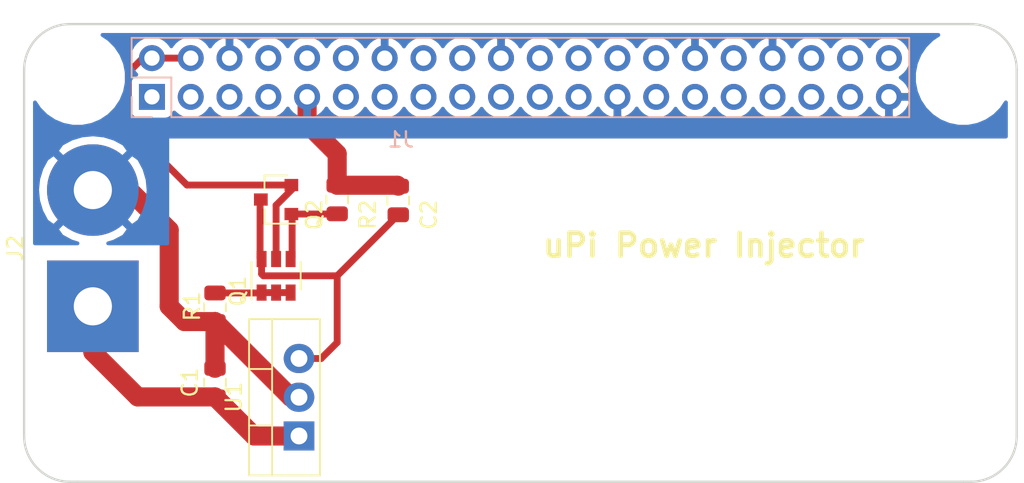
<source format=kicad_pcb>
(kicad_pcb (version 20171130) (host pcbnew 5.1.4+dfsg1-1)

  (general
    (thickness 1.6)
    (drawings 21)
    (tracks 47)
    (zones 0)
    (modules 13)
    (nets 8)
  )

  (page A4)
  (title_block
    (title "Raspberry Pi Zero (W) uHAT Template Board")
    (date 2019-02-28)
    (rev 1.0)
    (comment 1 "This PCB design is licensed under MIT Open Source License.")
  )

  (layers
    (0 F.Cu signal)
    (31 B.Cu signal)
    (32 B.Adhes user)
    (33 F.Adhes user)
    (34 B.Paste user)
    (35 F.Paste user)
    (36 B.SilkS user)
    (37 F.SilkS user)
    (38 B.Mask user)
    (39 F.Mask user)
    (40 Dwgs.User user)
    (41 Cmts.User user hide)
    (42 Eco1.User user)
    (43 Eco2.User user)
    (44 Edge.Cuts user)
    (45 Margin user)
    (46 B.CrtYd user)
    (47 F.CrtYd user)
    (48 B.Fab user hide)
    (49 F.Fab user hide)
  )

  (setup
    (last_trace_width 0.45)
    (trace_clearance 0.15)
    (zone_clearance 0.508)
    (zone_45_only no)
    (trace_min 0.45)
    (via_size 0.9)
    (via_drill 0.4)
    (via_min_size 0.5)
    (via_min_drill 0.4)
    (uvia_size 0.3)
    (uvia_drill 0.1)
    (uvias_allowed no)
    (uvia_min_size 0.2)
    (uvia_min_drill 0.1)
    (edge_width 0.15)
    (segment_width 0.2)
    (pcb_text_width 0.3)
    (pcb_text_size 1.5 1.5)
    (mod_edge_width 0.15)
    (mod_text_size 1 1)
    (mod_text_width 0.15)
    (pad_size 1.7 1.7)
    (pad_drill 1)
    (pad_to_mask_clearance 0.051)
    (solder_mask_min_width 0.25)
    (aux_axis_origin 0 0)
    (grid_origin 121.032 94.568)
    (visible_elements FFFFFF7F)
    (pcbplotparams
      (layerselection 0x010f0_ffffffff)
      (usegerberextensions false)
      (usegerberattributes false)
      (usegerberadvancedattributes false)
      (creategerberjobfile false)
      (excludeedgelayer true)
      (linewidth 0.100000)
      (plotframeref false)
      (viasonmask false)
      (mode 1)
      (useauxorigin false)
      (hpglpennumber 1)
      (hpglpenspeed 20)
      (hpglpendiameter 15.000000)
      (psnegative false)
      (psa4output false)
      (plotreference true)
      (plotvalue true)
      (plotinvisibletext false)
      (padsonsilk false)
      (subtractmaskfromsilk false)
      (outputformat 1)
      (mirror false)
      (drillshape 0)
      (scaleselection 1)
      (outputdirectory "/home/bvarner/Documents/Personal/bricabrac/electronics/upipower-injector/gerber"))
  )

  (net 0 "")
  (net 1 +5V)
  (net 2 GND)
  (net 3 "Net-(Q1-Pad1)")
  (net 4 +12V)
  (net 5 +3V3)
  (net 6 "Net-(C2-Pad1)")
  (net 7 "Net-(Q1-Pad4)")

  (net_class Default "This is the default net class."
    (clearance 0.15)
    (trace_width 0.45)
    (via_dia 0.9)
    (via_drill 0.4)
    (uvia_dia 0.3)
    (uvia_drill 0.1)
    (diff_pair_width 0.45)
    (diff_pair_gap 0.25)
    (add_net +3V3)
    (add_net +5V)
    (add_net /GPIO10_SPI_MOSI)
    (add_net /GPIO11_SPI_SCLK)
    (add_net /GPIO12)
    (add_net /GPIO13)
    (add_net /GPIO14_TXD0)
    (add_net /GPIO15_RXD0)
    (add_net /GPIO16)
    (add_net /GPIO17_GEN0)
    (add_net /GPIO18_GEN1)
    (add_net /GPIO19)
    (add_net /GPIO20)
    (add_net /GPIO21)
    (add_net /GPIO22_GEN3)
    (add_net /GPIO23_GEN4)
    (add_net /GPIO24_GEN5)
    (add_net /GPIO25_GEN6)
    (add_net /GPIO26)
    (add_net /GPIO27_GEN2)
    (add_net /GPIO2_SDA1)
    (add_net /GPIO3_SCL1)
    (add_net /GPIO4_GPIO_GCLK)
    (add_net /GPIO5)
    (add_net /GPIO6)
    (add_net /GPIO7_SPI_CE1_N)
    (add_net /GPIO8_SPI_CE0_N)
    (add_net /GPIO9_SPI_MISO)
    (add_net /ID_SC)
    (add_net /ID_SD)
    (add_net "Net-(C2-Pad1)")
    (add_net "Net-(Q1-Pad1)")
    (add_net "Net-(Q1-Pad4)")
  )

  (net_class Large ""
    (clearance 0.4)
    (trace_width 1.25)
    (via_dia 0.9)
    (via_drill 0.4)
    (uvia_dia 0.3)
    (uvia_drill 0.1)
    (diff_pair_width 1.25)
    (diff_pair_gap 0.4)
    (add_net +12V)
    (add_net GND)
  )

  (module Package_TO_SOT_THT:TO-220-3_Vertical (layer F.Cu) (tedit 5AC8BA0D) (tstamp 5E875C17)
    (at 135.532 118.068 90)
    (descr "TO-220-3, Vertical, RM 2.54mm, see https://www.vishay.com/docs/66542/to-220-1.pdf")
    (tags "TO-220-3 Vertical RM 2.54mm")
    (path /5E87BCA6)
    (fp_text reference U1 (at 2.54 -4.27 90) (layer F.SilkS)
      (effects (font (size 1 1) (thickness 0.15)))
    )
    (fp_text value LM7805_TO220 (at 2.54 2.5 90) (layer F.Fab)
      (effects (font (size 1 1) (thickness 0.15)))
    )
    (fp_text user %R (at 2.54 -4.27 90) (layer F.Fab)
      (effects (font (size 1 1) (thickness 0.15)))
    )
    (fp_line (start 7.79 -3.4) (end -2.71 -3.4) (layer F.CrtYd) (width 0.05))
    (fp_line (start 7.79 1.51) (end 7.79 -3.4) (layer F.CrtYd) (width 0.05))
    (fp_line (start -2.71 1.51) (end 7.79 1.51) (layer F.CrtYd) (width 0.05))
    (fp_line (start -2.71 -3.4) (end -2.71 1.51) (layer F.CrtYd) (width 0.05))
    (fp_line (start 4.391 -3.27) (end 4.391 -1.76) (layer F.SilkS) (width 0.12))
    (fp_line (start 0.69 -3.27) (end 0.69 -1.76) (layer F.SilkS) (width 0.12))
    (fp_line (start -2.58 -1.76) (end 7.66 -1.76) (layer F.SilkS) (width 0.12))
    (fp_line (start 7.66 -3.27) (end 7.66 1.371) (layer F.SilkS) (width 0.12))
    (fp_line (start -2.58 -3.27) (end -2.58 1.371) (layer F.SilkS) (width 0.12))
    (fp_line (start -2.58 1.371) (end 7.66 1.371) (layer F.SilkS) (width 0.12))
    (fp_line (start -2.58 -3.27) (end 7.66 -3.27) (layer F.SilkS) (width 0.12))
    (fp_line (start 4.39 -3.15) (end 4.39 -1.88) (layer F.Fab) (width 0.1))
    (fp_line (start 0.69 -3.15) (end 0.69 -1.88) (layer F.Fab) (width 0.1))
    (fp_line (start -2.46 -1.88) (end 7.54 -1.88) (layer F.Fab) (width 0.1))
    (fp_line (start 7.54 -3.15) (end -2.46 -3.15) (layer F.Fab) (width 0.1))
    (fp_line (start 7.54 1.25) (end 7.54 -3.15) (layer F.Fab) (width 0.1))
    (fp_line (start -2.46 1.25) (end 7.54 1.25) (layer F.Fab) (width 0.1))
    (fp_line (start -2.46 -3.15) (end -2.46 1.25) (layer F.Fab) (width 0.1))
    (pad 3 thru_hole oval (at 5.08 0 90) (size 1.905 2) (drill 1.1) (layers *.Cu *.Mask)
      (net 6 "Net-(C2-Pad1)"))
    (pad 2 thru_hole oval (at 2.54 0 90) (size 1.905 2) (drill 1.1) (layers *.Cu *.Mask)
      (net 2 GND))
    (pad 1 thru_hole rect (at 0 0 90) (size 1.905 2) (drill 1.1) (layers *.Cu *.Mask)
      (net 4 +12V))
    (model ${KISYS3DMOD}/Package_TO_SOT_THT.3dshapes/TO-220-3_Vertical.wrl
      (at (xyz 0 0 0))
      (scale (xyz 1 1 1))
      (rotate (xyz 0 0 0))
    )
  )

  (module Capacitor_SMD:C_0805_2012Metric (layer F.Cu) (tedit 5B36C52B) (tstamp 5E70F8AA)
    (at 142.032 102.6305 90)
    (descr "Capacitor SMD 0805 (2012 Metric), square (rectangular) end terminal, IPC_7351 nominal, (Body size source: https://docs.google.com/spreadsheets/d/1BsfQQcO9C6DZCsRaXUlFlo91Tg2WpOkGARC1WS5S8t0/edit?usp=sharing), generated with kicad-footprint-generator")
    (tags capacitor)
    (path /5E720D78)
    (attr smd)
    (fp_text reference C2 (at -0.9375 2 90) (layer F.SilkS)
      (effects (font (size 1 1) (thickness 0.15)))
    )
    (fp_text value 10uf (at 0 1.65 90) (layer F.Fab)
      (effects (font (size 1 1) (thickness 0.15)))
    )
    (fp_text user %R (at 0 0 90) (layer F.Fab)
      (effects (font (size 0.5 0.5) (thickness 0.08)))
    )
    (fp_line (start 1.68 0.95) (end -1.68 0.95) (layer F.CrtYd) (width 0.05))
    (fp_line (start 1.68 -0.95) (end 1.68 0.95) (layer F.CrtYd) (width 0.05))
    (fp_line (start -1.68 -0.95) (end 1.68 -0.95) (layer F.CrtYd) (width 0.05))
    (fp_line (start -1.68 0.95) (end -1.68 -0.95) (layer F.CrtYd) (width 0.05))
    (fp_line (start -0.258578 0.71) (end 0.258578 0.71) (layer F.SilkS) (width 0.12))
    (fp_line (start -0.258578 -0.71) (end 0.258578 -0.71) (layer F.SilkS) (width 0.12))
    (fp_line (start 1 0.6) (end -1 0.6) (layer F.Fab) (width 0.1))
    (fp_line (start 1 -0.6) (end 1 0.6) (layer F.Fab) (width 0.1))
    (fp_line (start -1 -0.6) (end 1 -0.6) (layer F.Fab) (width 0.1))
    (fp_line (start -1 0.6) (end -1 -0.6) (layer F.Fab) (width 0.1))
    (pad 2 smd roundrect (at 0.9375 0 90) (size 0.975 1.4) (layers F.Cu F.Paste F.Mask) (roundrect_rratio 0.25)
      (net 2 GND))
    (pad 1 smd roundrect (at -0.9375 0 90) (size 0.975 1.4) (layers F.Cu F.Paste F.Mask) (roundrect_rratio 0.25)
      (net 6 "Net-(C2-Pad1)"))
    (model ${KISYS3DMOD}/Capacitor_SMD.3dshapes/C_0805_2012Metric.wrl
      (at (xyz 0 0 0))
      (scale (xyz 1 1 1))
      (rotate (xyz 0 0 0))
    )
  )

  (module Capacitor_SMD:C_0805_2012Metric (layer F.Cu) (tedit 5B36C52B) (tstamp 5E70F899)
    (at 130.032 114.568 90)
    (descr "Capacitor SMD 0805 (2012 Metric), square (rectangular) end terminal, IPC_7351 nominal, (Body size source: https://docs.google.com/spreadsheets/d/1BsfQQcO9C6DZCsRaXUlFlo91Tg2WpOkGARC1WS5S8t0/edit?usp=sharing), generated with kicad-footprint-generator")
    (tags capacitor)
    (path /5E718E50)
    (attr smd)
    (fp_text reference C1 (at 0 -1.65 90) (layer F.SilkS)
      (effects (font (size 1 1) (thickness 0.15)))
    )
    (fp_text value 10uf (at 0 1.65 90) (layer F.Fab)
      (effects (font (size 1 1) (thickness 0.15)))
    )
    (fp_text user %R (at 0 0 90) (layer F.Fab)
      (effects (font (size 0.5 0.5) (thickness 0.08)))
    )
    (fp_line (start 1.68 0.95) (end -1.68 0.95) (layer F.CrtYd) (width 0.05))
    (fp_line (start 1.68 -0.95) (end 1.68 0.95) (layer F.CrtYd) (width 0.05))
    (fp_line (start -1.68 -0.95) (end 1.68 -0.95) (layer F.CrtYd) (width 0.05))
    (fp_line (start -1.68 0.95) (end -1.68 -0.95) (layer F.CrtYd) (width 0.05))
    (fp_line (start -0.258578 0.71) (end 0.258578 0.71) (layer F.SilkS) (width 0.12))
    (fp_line (start -0.258578 -0.71) (end 0.258578 -0.71) (layer F.SilkS) (width 0.12))
    (fp_line (start 1 0.6) (end -1 0.6) (layer F.Fab) (width 0.1))
    (fp_line (start 1 -0.6) (end 1 0.6) (layer F.Fab) (width 0.1))
    (fp_line (start -1 -0.6) (end 1 -0.6) (layer F.Fab) (width 0.1))
    (fp_line (start -1 0.6) (end -1 -0.6) (layer F.Fab) (width 0.1))
    (pad 2 smd roundrect (at 0.9375 0 90) (size 0.975 1.4) (layers F.Cu F.Paste F.Mask) (roundrect_rratio 0.25)
      (net 2 GND))
    (pad 1 smd roundrect (at -0.9375 0 90) (size 0.975 1.4) (layers F.Cu F.Paste F.Mask) (roundrect_rratio 0.25)
      (net 4 +12V))
    (model ${KISYS3DMOD}/Capacitor_SMD.3dshapes/C_0805_2012Metric.wrl
      (at (xyz 0 0 0))
      (scale (xyz 1 1 1))
      (rotate (xyz 0 0 0))
    )
  )

  (module Package_TO_SOT_SMD:SOT-23 (layer F.Cu) (tedit 5A02FF57) (tstamp 5E689BFD)
    (at 134.032 102.568 180)
    (descr "SOT-23, Standard")
    (tags SOT-23)
    (path /5E736AD0)
    (attr smd)
    (fp_text reference Q2 (at -2.5 -1 90) (layer F.SilkS)
      (effects (font (size 1 1) (thickness 0.15)))
    )
    (fp_text value DMG2305UX-13 (at 0 2.5) (layer F.Fab)
      (effects (font (size 1 1) (thickness 0.15)))
    )
    (fp_line (start 0.76 1.58) (end -0.7 1.58) (layer F.SilkS) (width 0.12))
    (fp_line (start 0.76 -1.58) (end -1.4 -1.58) (layer F.SilkS) (width 0.12))
    (fp_line (start -1.7 1.75) (end -1.7 -1.75) (layer F.CrtYd) (width 0.05))
    (fp_line (start 1.7 1.75) (end -1.7 1.75) (layer F.CrtYd) (width 0.05))
    (fp_line (start 1.7 -1.75) (end 1.7 1.75) (layer F.CrtYd) (width 0.05))
    (fp_line (start -1.7 -1.75) (end 1.7 -1.75) (layer F.CrtYd) (width 0.05))
    (fp_line (start 0.76 -1.58) (end 0.76 -0.65) (layer F.SilkS) (width 0.12))
    (fp_line (start 0.76 1.58) (end 0.76 0.65) (layer F.SilkS) (width 0.12))
    (fp_line (start -0.7 1.52) (end 0.7 1.52) (layer F.Fab) (width 0.1))
    (fp_line (start 0.7 -1.52) (end 0.7 1.52) (layer F.Fab) (width 0.1))
    (fp_line (start -0.7 -0.95) (end -0.15 -1.52) (layer F.Fab) (width 0.1))
    (fp_line (start -0.15 -1.52) (end 0.7 -1.52) (layer F.Fab) (width 0.1))
    (fp_line (start -0.7 -0.95) (end -0.7 1.5) (layer F.Fab) (width 0.1))
    (fp_text user %R (at 0 0 90) (layer F.Fab)
      (effects (font (size 0.5 0.5) (thickness 0.075)))
    )
    (pad 3 smd rect (at 1 0 180) (size 0.9 0.8) (layers F.Cu F.Paste F.Mask)
      (net 6 "Net-(C2-Pad1)"))
    (pad 2 smd rect (at -1 0.95 180) (size 0.9 0.8) (layers F.Cu F.Paste F.Mask)
      (net 1 +5V))
    (pad 1 smd rect (at -1 -0.95 180) (size 0.9 0.8) (layers F.Cu F.Paste F.Mask)
      (net 7 "Net-(Q1-Pad4)"))
    (model ${KISYS3DMOD}/Package_TO_SOT_SMD.3dshapes/SOT-23.wrl
      (at (xyz 0 0 0))
      (scale (xyz 1 1 1))
      (rotate (xyz 0 0 0))
    )
  )

  (module Resistor_SMD:R_0805_2012Metric (layer F.Cu) (tedit 5B36C52B) (tstamp 5E689C35)
    (at 138.032 102.568 90)
    (descr "Resistor SMD 0805 (2012 Metric), square (rectangular) end terminal, IPC_7351 nominal, (Body size source: https://docs.google.com/spreadsheets/d/1BsfQQcO9C6DZCsRaXUlFlo91Tg2WpOkGARC1WS5S8t0/edit?usp=sharing), generated with kicad-footprint-generator")
    (tags resistor)
    (path /5E6A165C)
    (attr smd)
    (fp_text reference R2 (at -1 2 270) (layer F.SilkS)
      (effects (font (size 1 1) (thickness 0.15)))
    )
    (fp_text value 47K (at 0 1.65 90) (layer F.Fab)
      (effects (font (size 1 1) (thickness 0.15)))
    )
    (fp_line (start -1 0.6) (end -1 -0.6) (layer F.Fab) (width 0.1))
    (fp_line (start -1 -0.6) (end 1 -0.6) (layer F.Fab) (width 0.1))
    (fp_line (start 1 -0.6) (end 1 0.6) (layer F.Fab) (width 0.1))
    (fp_line (start 1 0.6) (end -1 0.6) (layer F.Fab) (width 0.1))
    (fp_line (start -0.258578 -0.71) (end 0.258578 -0.71) (layer F.SilkS) (width 0.12))
    (fp_line (start -0.258578 0.71) (end 0.258578 0.71) (layer F.SilkS) (width 0.12))
    (fp_line (start -1.68 0.95) (end -1.68 -0.95) (layer F.CrtYd) (width 0.05))
    (fp_line (start -1.68 -0.95) (end 1.68 -0.95) (layer F.CrtYd) (width 0.05))
    (fp_line (start 1.68 -0.95) (end 1.68 0.95) (layer F.CrtYd) (width 0.05))
    (fp_line (start 1.68 0.95) (end -1.68 0.95) (layer F.CrtYd) (width 0.05))
    (fp_text user %R (at 0 0 90) (layer F.Fab)
      (effects (font (size 0.5 0.5) (thickness 0.08)))
    )
    (pad 1 smd roundrect (at -0.9375 0 90) (size 0.975 1.4) (layers F.Cu F.Paste F.Mask) (roundrect_rratio 0.25)
      (net 7 "Net-(Q1-Pad4)"))
    (pad 2 smd roundrect (at 0.9375 0 90) (size 0.975 1.4) (layers F.Cu F.Paste F.Mask) (roundrect_rratio 0.25)
      (net 2 GND))
    (model ${KISYS3DMOD}/Resistor_SMD.3dshapes/R_0805_2012Metric.wrl
      (at (xyz 0 0 0))
      (scale (xyz 1 1 1))
      (rotate (xyz 0 0 0))
    )
  )

  (module Package_TO_SOT_SMD:SOT-23-6 (layer F.Cu) (tedit 5A02FF57) (tstamp 5E689C13)
    (at 134.032 107.568 90)
    (descr "6-pin SOT-23 package")
    (tags SOT-23-6)
    (path /5E68FFD0)
    (attr smd)
    (fp_text reference Q1 (at -1 -2.5 270) (layer F.SilkS)
      (effects (font (size 1 1) (thickness 0.15)))
    )
    (fp_text value DMMT5401 (at 0 2.9 90) (layer F.Fab)
      (effects (font (size 1 1) (thickness 0.15)))
    )
    (fp_line (start 0.9 -1.55) (end 0.9 1.55) (layer F.Fab) (width 0.1))
    (fp_line (start 0.9 1.55) (end -0.9 1.55) (layer F.Fab) (width 0.1))
    (fp_line (start -0.9 -0.9) (end -0.9 1.55) (layer F.Fab) (width 0.1))
    (fp_line (start 0.9 -1.55) (end -0.25 -1.55) (layer F.Fab) (width 0.1))
    (fp_line (start -0.9 -0.9) (end -0.25 -1.55) (layer F.Fab) (width 0.1))
    (fp_line (start -1.9 -1.8) (end -1.9 1.8) (layer F.CrtYd) (width 0.05))
    (fp_line (start -1.9 1.8) (end 1.9 1.8) (layer F.CrtYd) (width 0.05))
    (fp_line (start 1.9 1.8) (end 1.9 -1.8) (layer F.CrtYd) (width 0.05))
    (fp_line (start 1.9 -1.8) (end -1.9 -1.8) (layer F.CrtYd) (width 0.05))
    (fp_line (start 0.9 -1.61) (end -1.55 -1.61) (layer F.SilkS) (width 0.12))
    (fp_line (start -0.9 1.61) (end 0.9 1.61) (layer F.SilkS) (width 0.12))
    (fp_text user %R (at 0 0) (layer F.Fab)
      (effects (font (size 0.5 0.5) (thickness 0.075)))
    )
    (pad 5 smd rect (at 1.1 0 90) (size 1.06 0.65) (layers F.Cu F.Paste F.Mask)
      (net 1 +5V))
    (pad 6 smd rect (at 1.1 -0.95 90) (size 1.06 0.65) (layers F.Cu F.Paste F.Mask)
      (net 6 "Net-(C2-Pad1)"))
    (pad 4 smd rect (at 1.1 0.95 90) (size 1.06 0.65) (layers F.Cu F.Paste F.Mask)
      (net 7 "Net-(Q1-Pad4)"))
    (pad 3 smd rect (at -1.1 0.95 90) (size 1.06 0.65) (layers F.Cu F.Paste F.Mask)
      (net 3 "Net-(Q1-Pad1)"))
    (pad 2 smd rect (at -1.1 0 90) (size 1.06 0.65) (layers F.Cu F.Paste F.Mask)
      (net 3 "Net-(Q1-Pad1)"))
    (pad 1 smd rect (at -1.1 -0.95 90) (size 1.06 0.65) (layers F.Cu F.Paste F.Mask)
      (net 3 "Net-(Q1-Pad1)"))
    (model ${KISYS3DMOD}/Package_TO_SOT_SMD.3dshapes/SOT-23-6.wrl
      (at (xyz 0 0 0))
      (scale (xyz 1 1 1))
      (rotate (xyz 0 0 0))
    )
  )

  (module Connector_Wire:SolderWirePad_1x02_P7.62mm_Drill2.5mm (layer F.Cu) (tedit 5AEE5F2F) (tstamp 5E68A131)
    (at 122.032 109.568 90)
    (descr "Wire solder connection")
    (tags connector)
    (path /5E76A476)
    (attr virtual)
    (fp_text reference J2 (at 3.81 -5.08 90) (layer F.SilkS)
      (effects (font (size 1 1) (thickness 0.15)))
    )
    (fp_text value Conn_01x02_Female (at 3.81 4.445 90) (layer F.Fab)
      (effects (font (size 1 1) (thickness 0.15)))
    )
    (fp_line (start 11.12 3.5) (end -3.5 3.5) (layer F.CrtYd) (width 0.05))
    (fp_line (start 11.12 3.5) (end 11.12 -3.5) (layer F.CrtYd) (width 0.05))
    (fp_line (start -3.5 -3.5) (end -3.5 3.5) (layer F.CrtYd) (width 0.05))
    (fp_line (start -3.5 -3.5) (end 11.12 -3.5) (layer F.CrtYd) (width 0.05))
    (fp_text user %R (at 3.81 0 90) (layer F.Fab)
      (effects (font (size 1 1) (thickness 0.15)))
    )
    (pad 2 thru_hole circle (at 7.62 0 90) (size 5.99948 5.99948) (drill 2.49936) (layers *.Cu *.Mask)
      (net 2 GND))
    (pad 1 thru_hole rect (at 0 0 90) (size 5.99948 5.99948) (drill 2.49936) (layers *.Cu *.Mask)
      (net 4 +12V))
  )

  (module Resistor_SMD:R_0805_2012Metric (layer F.Cu) (tedit 5B36C52B) (tstamp 5E689C24)
    (at 130.032 109.6305 270)
    (descr "Resistor SMD 0805 (2012 Metric), square (rectangular) end terminal, IPC_7351 nominal, (Body size source: https://docs.google.com/spreadsheets/d/1BsfQQcO9C6DZCsRaXUlFlo91Tg2WpOkGARC1WS5S8t0/edit?usp=sharing), generated with kicad-footprint-generator")
    (tags resistor)
    (path /5E69B337)
    (attr smd)
    (fp_text reference R1 (at -0.0625 1.5 270) (layer F.SilkS)
      (effects (font (size 1 1) (thickness 0.15)))
    )
    (fp_text value 10K (at 0 1.65 90) (layer F.Fab)
      (effects (font (size 1 1) (thickness 0.15)))
    )
    (fp_line (start -1 0.6) (end -1 -0.6) (layer F.Fab) (width 0.1))
    (fp_line (start -1 -0.6) (end 1 -0.6) (layer F.Fab) (width 0.1))
    (fp_line (start 1 -0.6) (end 1 0.6) (layer F.Fab) (width 0.1))
    (fp_line (start 1 0.6) (end -1 0.6) (layer F.Fab) (width 0.1))
    (fp_line (start -0.258578 -0.71) (end 0.258578 -0.71) (layer F.SilkS) (width 0.12))
    (fp_line (start -0.258578 0.71) (end 0.258578 0.71) (layer F.SilkS) (width 0.12))
    (fp_line (start -1.68 0.95) (end -1.68 -0.95) (layer F.CrtYd) (width 0.05))
    (fp_line (start -1.68 -0.95) (end 1.68 -0.95) (layer F.CrtYd) (width 0.05))
    (fp_line (start 1.68 -0.95) (end 1.68 0.95) (layer F.CrtYd) (width 0.05))
    (fp_line (start 1.68 0.95) (end -1.68 0.95) (layer F.CrtYd) (width 0.05))
    (fp_text user %R (at 0 0 90) (layer F.Fab)
      (effects (font (size 0.5 0.5) (thickness 0.08)))
    )
    (pad 1 smd roundrect (at -0.9375 0 270) (size 0.975 1.4) (layers F.Cu F.Paste F.Mask) (roundrect_rratio 0.25)
      (net 3 "Net-(Q1-Pad1)"))
    (pad 2 smd roundrect (at 0.9375 0 270) (size 0.975 1.4) (layers F.Cu F.Paste F.Mask) (roundrect_rratio 0.25)
      (net 2 GND))
    (model ${KISYS3DMOD}/Resistor_SMD.3dshapes/R_0805_2012Metric.wrl
      (at (xyz 0 0 0))
      (scale (xyz 1 1 1))
      (rotate (xyz 0 0 0))
    )
  )

  (module lib:PinSocket_2x20_P2.54mm_Vertical_Centered_Anchor (layer B.Cu) (tedit 5E68E8E8) (tstamp 5C78EB08)
    (at 125.902 95.838 270)
    (descr "Through hole straight socket strip, 2x20, 2.54mm pitch, double cols (from Kicad 4.0.7), script generated")
    (tags "Through hole socket strip THT 2x20 2.54mm double row")
    (path /5C77771F)
    (fp_text reference J1 (at 2.8 -16.3) (layer B.SilkS)
      (effects (font (size 1 1) (thickness 0.15)) (justify mirror))
    )
    (fp_text value GPIO_CONNECTOR (at 2.7 -27.3) (layer B.Fab)
      (effects (font (size 1 1) (thickness 0.15)) (justify mirror))
    )
    (fp_line (start -3.81 1.27) (end 0.27 1.27) (layer B.Fab) (width 0.1))
    (fp_line (start 0.27 1.27) (end 1.27 0.27) (layer B.Fab) (width 0.1))
    (fp_line (start 1.27 0.27) (end 1.27 -49.53) (layer B.Fab) (width 0.1))
    (fp_line (start 1.27 -49.53) (end -3.81 -49.53) (layer B.Fab) (width 0.1))
    (fp_line (start -3.81 -49.53) (end -3.81 1.27) (layer B.Fab) (width 0.1))
    (fp_line (start -3.87 1.33) (end -1.27 1.33) (layer B.SilkS) (width 0.12))
    (fp_line (start -3.87 1.33) (end -3.87 -49.59) (layer B.SilkS) (width 0.12))
    (fp_line (start -3.87 -49.59) (end 1.33 -49.59) (layer B.SilkS) (width 0.12))
    (fp_line (start 1.33 -1.27) (end 1.33 -49.59) (layer B.SilkS) (width 0.12))
    (fp_line (start -1.27 -1.27) (end 1.33 -1.27) (layer B.SilkS) (width 0.12))
    (fp_line (start -1.27 1.33) (end -1.27 -1.27) (layer B.SilkS) (width 0.12))
    (fp_line (start 1.33 1.33) (end 1.33 0) (layer B.SilkS) (width 0.12))
    (fp_line (start 0 1.33) (end 1.33 1.33) (layer B.SilkS) (width 0.12))
    (fp_line (start -4.34 1.8) (end 1.76 1.8) (layer B.CrtYd) (width 0.05))
    (fp_line (start 1.76 1.8) (end 1.76 -50) (layer B.CrtYd) (width 0.05))
    (fp_line (start 1.76 -50) (end -4.34 -50) (layer B.CrtYd) (width 0.05))
    (fp_line (start -4.34 -50) (end -4.34 1.8) (layer B.CrtYd) (width 0.05))
    (fp_text user %R (at 2.8 -18.3 180) (layer B.Fab)
      (effects (font (size 1 1) (thickness 0.15)) (justify mirror))
    )
    (pad 1 thru_hole rect (at 0 0 270) (size 1.7 1.7) (drill 1) (layers *.Cu *.Mask)
      (net 5 +3V3))
    (pad 2 thru_hole oval (at -2.54 0 270) (size 1.7 1.7) (drill 1) (layers *.Cu *.Mask)
      (net 1 +5V))
    (pad 3 thru_hole oval (at 0 -2.54 270) (size 1.7 1.7) (drill 1) (layers *.Cu *.Mask))
    (pad 4 thru_hole oval (at -2.54 -2.54 270) (size 1.7 1.7) (drill 1) (layers *.Cu *.Mask)
      (net 1 +5V))
    (pad 5 thru_hole oval (at 0 -5.08 270) (size 1.7 1.7) (drill 1) (layers *.Cu *.Mask))
    (pad 6 thru_hole oval (at -2.54 -5.08 270) (size 1.7 1.7) (drill 1) (layers *.Cu *.Mask)
      (net 2 GND))
    (pad 7 thru_hole oval (at 0 -7.62 270) (size 1.7 1.7) (drill 1) (layers *.Cu *.Mask))
    (pad 8 thru_hole oval (at -2.54 -7.62 270) (size 1.7 1.7) (drill 1) (layers *.Cu *.Mask))
    (pad 9 thru_hole oval (at 0 -10.16 270) (size 1.7 1.7) (drill 1) (layers *.Cu *.Mask)
      (net 2 GND))
    (pad 10 thru_hole oval (at -2.54 -10.16 270) (size 1.7 1.7) (drill 1) (layers *.Cu *.Mask))
    (pad 11 thru_hole oval (at 0 -12.7 270) (size 1.7 1.7) (drill 1) (layers *.Cu *.Mask))
    (pad 12 thru_hole oval (at -2.54 -12.7 270) (size 1.7 1.7) (drill 1) (layers *.Cu *.Mask))
    (pad 13 thru_hole oval (at 0 -15.24 270) (size 1.7 1.7) (drill 1) (layers *.Cu *.Mask))
    (pad 14 thru_hole oval (at -2.54 -15.24 270) (size 1.7 1.7) (drill 1) (layers *.Cu *.Mask)
      (net 2 GND))
    (pad 15 thru_hole oval (at 0 -17.78 270) (size 1.7 1.7) (drill 1) (layers *.Cu *.Mask))
    (pad 16 thru_hole oval (at -2.54 -17.78 270) (size 1.7 1.7) (drill 1) (layers *.Cu *.Mask))
    (pad 17 thru_hole oval (at 0 -20.32 270) (size 1.7 1.7) (drill 1) (layers *.Cu *.Mask)
      (net 5 +3V3))
    (pad 18 thru_hole oval (at -2.54 -20.32 270) (size 1.7 1.7) (drill 1) (layers *.Cu *.Mask))
    (pad 19 thru_hole oval (at 0 -22.86 270) (size 1.7 1.7) (drill 1) (layers *.Cu *.Mask))
    (pad 20 thru_hole oval (at -2.54 -22.86 270) (size 1.7 1.7) (drill 1) (layers *.Cu *.Mask)
      (net 2 GND))
    (pad 21 thru_hole oval (at 0 -25.4 270) (size 1.7 1.7) (drill 1) (layers *.Cu *.Mask))
    (pad 22 thru_hole oval (at -2.54 -25.4 270) (size 1.7 1.7) (drill 1) (layers *.Cu *.Mask))
    (pad 23 thru_hole oval (at 0 -27.94 270) (size 1.7 1.7) (drill 1) (layers *.Cu *.Mask))
    (pad 24 thru_hole oval (at -2.54 -27.94 270) (size 1.7 1.7) (drill 1) (layers *.Cu *.Mask))
    (pad 25 thru_hole oval (at 0 -30.48 270) (size 1.7 1.7) (drill 1) (layers *.Cu *.Mask)
      (net 2 GND))
    (pad 26 thru_hole oval (at -2.54 -30.48 270) (size 1.7 1.7) (drill 1) (layers *.Cu *.Mask))
    (pad 27 thru_hole oval (at 0 -33.02 270) (size 1.7 1.7) (drill 1) (layers *.Cu *.Mask))
    (pad 28 thru_hole oval (at -2.54 -33.02 270) (size 1.7 1.7) (drill 1) (layers *.Cu *.Mask))
    (pad 29 thru_hole oval (at 0 -35.56 270) (size 1.7 1.7) (drill 1) (layers *.Cu *.Mask))
    (pad 30 thru_hole oval (at -2.54 -35.56 270) (size 1.7 1.7) (drill 1) (layers *.Cu *.Mask)
      (net 2 GND))
    (pad 31 thru_hole oval (at 0 -38.1 270) (size 1.7 1.7) (drill 1) (layers *.Cu *.Mask))
    (pad 32 thru_hole oval (at -2.54 -38.1 270) (size 1.7 1.7) (drill 1) (layers *.Cu *.Mask))
    (pad 33 thru_hole oval (at 0 -40.64 270) (size 1.7 1.7) (drill 1) (layers *.Cu *.Mask))
    (pad 34 thru_hole oval (at -2.54 -40.64 270) (size 1.7 1.7) (drill 1) (layers *.Cu *.Mask)
      (net 2 GND))
    (pad 35 thru_hole oval (at 0 -43.18 270) (size 1.7 1.7) (drill 1) (layers *.Cu *.Mask))
    (pad 36 thru_hole oval (at -2.54 -43.18 270) (size 1.7 1.7) (drill 1) (layers *.Cu *.Mask))
    (pad 37 thru_hole oval (at 0 -45.72 270) (size 1.7 1.7) (drill 1) (layers *.Cu *.Mask))
    (pad 38 thru_hole oval (at -2.54 -45.72 270) (size 1.7 1.7) (drill 1) (layers *.Cu *.Mask))
    (pad 39 thru_hole oval (at 0 -48.26 270) (size 1.7 1.7) (drill 1) (layers *.Cu *.Mask)
      (net 2 GND))
    (pad 40 thru_hole oval (at -2.54 -48.26 270) (size 1.7 1.7) (drill 1) (layers *.Cu *.Mask))
    (model ${KISYS3DMOD}/Connector_PinSocket_2.54mm.3dshapes/PinSocket_2x20_P2.54mm_Vertical.wrl
      (at (xyz 0 0 0))
      (scale (xyz 1 1 1))
      (rotate (xyz 0 0 0))
    )
  )

  (module lib:MountingHole_2.7mm_M2.5_uHAT_RPi locked (layer F.Cu) (tedit 5C78B840) (tstamp 5C78BBE2)
    (at 121.032 94.568)
    (descr "Mounting Hole 2.7mm, no annular, M2.5")
    (tags "mounting hole 2.7mm no annular m2.5")
    (path /5C7C4C81)
    (attr virtual)
    (fp_text reference H1 (at 0 -3.7) (layer F.SilkS) hide
      (effects (font (size 1 1) (thickness 0.15)))
    )
    (fp_text value MountingHole (at 0 3.7) (layer F.Fab) hide
      (effects (font (size 1 1) (thickness 0.15)))
    )
    (fp_text user %R (at 0.3 0) (layer F.Fab)
      (effects (font (size 1 1) (thickness 0.15)))
    )
    (fp_circle (center 0 0) (end 2.7 0) (layer Cmts.User) (width 0.15))
    (fp_circle (center 0 0) (end 2.95 0) (layer F.CrtYd) (width 0.05))
    (pad "" np_thru_hole circle (at 0 0) (size 2.7 2.7) (drill 2.7) (layers *.Cu *.Mask)
      (clearance 1.75))
  )

  (module lib:MountingHole_2.7mm_M2.5_uHAT_RPi locked (layer F.Cu) (tedit 5C78B867) (tstamp 5C78BBE9)
    (at 179.032 94.568)
    (descr "Mounting Hole 2.7mm, no annular, M2.5")
    (tags "mounting hole 2.7mm no annular m2.5")
    (path /5C7C7FBC)
    (attr virtual)
    (fp_text reference H2 (at 0 -3.7) (layer F.SilkS) hide
      (effects (font (size 1 1) (thickness 0.15)))
    )
    (fp_text value MountingHole (at 0 3.7) (layer F.Fab) hide
      (effects (font (size 1 1) (thickness 0.15)))
    )
    (fp_circle (center 0 0) (end 2.95 0) (layer F.CrtYd) (width 0.05))
    (fp_circle (center 0 0) (end 2.7 0) (layer Cmts.User) (width 0.15))
    (fp_text user %R (at 0.3 0) (layer F.Fab)
      (effects (font (size 1 1) (thickness 0.15)))
    )
    (pad "" np_thru_hole circle (at 0 0) (size 2.7 2.7) (drill 2.7) (layers *.Cu *.Mask)
      (clearance 1.75))
  )

  (module lib:MountingHole_2.7mm_M2.5_uHAT_RPi locked (layer F.Cu) (tedit 5C78B860) (tstamp 5C78BBF0)
    (at 179.032 117.568)
    (descr "Mounting Hole 2.7mm, no annular, M2.5")
    (tags "mounting hole 2.7mm no annular m2.5")
    (path /5C7C8014)
    (attr virtual)
    (fp_text reference H3 (at 0 -3.7) (layer F.SilkS) hide
      (effects (font (size 1 1) (thickness 0.15)))
    )
    (fp_text value MountingHole (at 0 3.7) (layer F.Fab) hide
      (effects (font (size 1 1) (thickness 0.15)))
    )
    (fp_text user %R (at 0.3 0) (layer F.Fab)
      (effects (font (size 1 1) (thickness 0.15)))
    )
    (fp_circle (center 0 0) (end 2.7 0) (layer Cmts.User) (width 0.15))
    (fp_circle (center 0 0) (end 2.95 0) (layer F.CrtYd) (width 0.05))
    (pad "" np_thru_hole circle (at 0 0) (size 2.7 2.7) (drill 2.7) (layers *.Cu *.Mask)
      (clearance 1.75))
  )

  (module lib:MountingHole_2.7mm_M2.5_uHAT_RPi locked (layer F.Cu) (tedit 5C78B845) (tstamp 5C78BBF7)
    (at 121.032 117.568)
    (descr "Mounting Hole 2.7mm, no annular, M2.5")
    (tags "mounting hole 2.7mm no annular m2.5")
    (path /5C7C8030)
    (attr virtual)
    (fp_text reference H4 (at 0 -3.7) (layer F.SilkS) hide
      (effects (font (size 1 1) (thickness 0.15)))
    )
    (fp_text value MountingHole (at 0 3.7) (layer F.Fab) hide
      (effects (font (size 1 1) (thickness 0.15)))
    )
    (fp_circle (center 0 0) (end 2.95 0) (layer F.CrtYd) (width 0.05))
    (fp_circle (center 0 0) (end 2.7 0) (layer Cmts.User) (width 0.15))
    (fp_text user %R (at 0.3 0) (layer F.Fab)
      (effects (font (size 1 1) (thickness 0.15)))
    )
    (pad "" np_thru_hole circle (at 0 0) (size 2.7 2.7) (drill 2.7) (layers *.Cu *.Mask)
      (clearance 1.75))
  )

  (gr_text "uPi Power Injector" (at 162.032 105.568) (layer F.SilkS) (tstamp 5E729EE6)
    (effects (font (size 1.5 1.5) (thickness 0.3)))
  )
  (gr_text "Board dimensions are on Cmts (Comments) layer. \nDeselect it in Layers Manager to make them invisible.\n\nGPIO connector nets are not connected, these will get \nupdated as per your schematic/netlist." (at 120.524 139.272) (layer Cmts.User)
    (effects (font (size 1.5 1.5) (thickness 0.3)) (justify left))
  )
  (gr_text "Board Corner Radius = 3mm\nAll holes are M2.5" (at 184.278 87.202) (layer Cmts.User)
    (effects (font (size 1.5 1.5) (thickness 0.3)) (justify left))
  )
  (dimension 29 (width 0.3) (layer Cmts.User)
    (gr_text "29.000 mm" (at 135.532 103.868) (layer Cmts.User)
      (effects (font (size 1.5 1.5) (thickness 0.3)))
    )
    (feature1 (pts (xy 121.032 94.568) (xy 121.032 102.354421)))
    (feature2 (pts (xy 150.032 94.568) (xy 150.032 102.354421)))
    (crossbar (pts (xy 150.032 101.768) (xy 121.032 101.768)))
    (arrow1a (pts (xy 121.032 101.768) (xy 122.158504 101.181579)))
    (arrow1b (pts (xy 121.032 101.768) (xy 122.158504 102.354421)))
    (arrow2a (pts (xy 150.032 101.768) (xy 148.905496 101.181579)))
    (arrow2b (pts (xy 150.032 101.768) (xy 148.905496 102.354421)))
  )
  (dimension 6.2 (width 0.3) (layer Cmts.User)
    (gr_text "6.200 mm" (at 179.032 129.268) (layer Cmts.User)
      (effects (font (size 1.5 1.5) (thickness 0.3)))
    )
    (feature1 (pts (xy 182.132 117.568) (xy 182.132 127.754421)))
    (feature2 (pts (xy 175.932 117.568) (xy 175.932 127.754421)))
    (crossbar (pts (xy 175.932 127.168) (xy 182.132 127.168)))
    (arrow1a (pts (xy 182.132 127.168) (xy 181.005496 127.754421)))
    (arrow1b (pts (xy 182.132 127.168) (xy 181.005496 126.581579)))
    (arrow2a (pts (xy 175.932 127.168) (xy 177.058504 127.754421)))
    (arrow2b (pts (xy 175.932 127.168) (xy 177.058504 126.581579)))
  )
  (dimension 3.5 (width 0.3) (layer Cmts.User)
    (gr_text "3.500 mm" (at 111.432 119.318 270) (layer Cmts.User)
      (effects (font (size 1.5 1.5) (thickness 0.3)))
    )
    (feature1 (pts (xy 121.032 121.068) (xy 112.945579 121.068)))
    (feature2 (pts (xy 121.032 117.568) (xy 112.945579 117.568)))
    (crossbar (pts (xy 113.532 117.568) (xy 113.532 121.068)))
    (arrow1a (pts (xy 113.532 121.068) (xy 112.945579 119.941496)))
    (arrow1b (pts (xy 113.532 121.068) (xy 114.118421 119.941496)))
    (arrow2a (pts (xy 113.532 117.568) (xy 112.945579 118.694504)))
    (arrow2b (pts (xy 113.532 117.568) (xy 114.118421 118.694504)))
  )
  (dimension 3.5 (width 0.3) (layer Cmts.User)
    (gr_text "3.500 mm" (at 119.282 125.668) (layer Cmts.User)
      (effects (font (size 1.5 1.5) (thickness 0.3)))
    )
    (feature1 (pts (xy 117.532 117.568) (xy 117.532 124.154421)))
    (feature2 (pts (xy 121.032 117.568) (xy 121.032 124.154421)))
    (crossbar (pts (xy 121.032 123.568) (xy 117.532 123.568)))
    (arrow1a (pts (xy 117.532 123.568) (xy 118.658504 122.981579)))
    (arrow1b (pts (xy 117.532 123.568) (xy 118.658504 124.154421)))
    (arrow2a (pts (xy 121.032 123.568) (xy 119.905496 122.981579)))
    (arrow2b (pts (xy 121.032 123.568) (xy 119.905496 124.154421)))
  )
  (dimension 30 (width 0.3) (layer Cmts.User)
    (gr_text "30.000 mm" (at 194.132 106.068 270) (layer Cmts.User)
      (effects (font (size 1.5 1.5) (thickness 0.3)))
    )
    (feature1 (pts (xy 179.032 121.068) (xy 192.618421 121.068)))
    (feature2 (pts (xy 179.032 91.068) (xy 192.618421 91.068)))
    (crossbar (pts (xy 192.032 91.068) (xy 192.032 121.068)))
    (arrow1a (pts (xy 192.032 121.068) (xy 191.445579 119.941496)))
    (arrow1b (pts (xy 192.032 121.068) (xy 192.618421 119.941496)))
    (arrow2a (pts (xy 192.032 91.068) (xy 191.445579 92.194504)))
    (arrow2b (pts (xy 192.032 91.068) (xy 192.618421 92.194504)))
  )
  (dimension 23 (width 0.3) (layer Cmts.User)
    (gr_text "23.000 mm" (at 188.632 106.068 270) (layer Cmts.User)
      (effects (font (size 1.5 1.5) (thickness 0.3)))
    )
    (feature1 (pts (xy 179.032 117.568) (xy 187.118421 117.568)))
    (feature2 (pts (xy 179.032 94.568) (xy 187.118421 94.568)))
    (crossbar (pts (xy 186.532 94.568) (xy 186.532 117.568)))
    (arrow1a (pts (xy 186.532 117.568) (xy 185.945579 116.441496)))
    (arrow1b (pts (xy 186.532 117.568) (xy 187.118421 116.441496)))
    (arrow2a (pts (xy 186.532 94.568) (xy 185.945579 95.694504)))
    (arrow2b (pts (xy 186.532 94.568) (xy 187.118421 95.694504)))
  )
  (dimension 65 (width 0.3) (layer Cmts.User)
    (gr_text "65.000 mm" (at 150.032 80.468) (layer Cmts.User)
      (effects (font (size 1.5 1.5) (thickness 0.3)))
    )
    (feature1 (pts (xy 182.532 94.568) (xy 182.532 81.981579)))
    (feature2 (pts (xy 117.532 94.568) (xy 117.532 81.981579)))
    (crossbar (pts (xy 117.532 82.568) (xy 182.532 82.568)))
    (arrow1a (pts (xy 182.532 82.568) (xy 181.405496 83.154421)))
    (arrow1b (pts (xy 182.532 82.568) (xy 181.405496 81.981579)))
    (arrow2a (pts (xy 117.532 82.568) (xy 118.658504 83.154421)))
    (arrow2b (pts (xy 117.532 82.568) (xy 118.658504 81.981579)))
  )
  (dimension 58 (width 0.3) (layer Cmts.User)
    (gr_text "58.000 mm" (at 150.032 84.968) (layer Cmts.User)
      (effects (font (size 1.5 1.5) (thickness 0.3)))
    )
    (feature1 (pts (xy 179.032 94.568) (xy 179.032 86.481579)))
    (feature2 (pts (xy 121.032 94.568) (xy 121.032 86.481579)))
    (crossbar (pts (xy 121.032 87.068) (xy 179.032 87.068)))
    (arrow1a (pts (xy 179.032 87.068) (xy 177.905496 87.654421)))
    (arrow1b (pts (xy 179.032 87.068) (xy 177.905496 86.481579)))
    (arrow2a (pts (xy 121.032 87.068) (xy 122.158504 87.654421)))
    (arrow2b (pts (xy 121.032 87.068) (xy 122.158504 86.481579)))
  )
  (gr_line (start 121.032 121.068) (end 120.532 121.068) (layer Edge.Cuts) (width 0.15) (tstamp 5C77FCD3))
  (gr_line (start 179.032 121.068) (end 179.532 121.068) (layer Edge.Cuts) (width 0.15) (tstamp 5C77FCD0))
  (gr_line (start 182.532 94.068) (end 182.532 118.068) (layer Edge.Cuts) (width 0.15) (tstamp 5C77FCCD))
  (gr_line (start 120.532 91.068) (end 179.532 91.068) (layer Edge.Cuts) (width 0.15) (tstamp 5C77FCCA))
  (gr_line (start 117.532 118.068) (end 117.532 94.068) (layer Edge.Cuts) (width 0.15) (tstamp 5C77FCC7))
  (gr_arc (start 120.532 94.068) (end 120.532 91.068) (angle -90) (layer Edge.Cuts) (width 0.15) (tstamp 5C77FCC4))
  (gr_arc (start 120.532 118.068) (end 117.532 118.068) (angle -90) (layer Edge.Cuts) (width 0.15) (tstamp 5C77FCC1))
  (gr_arc (start 179.532 118.068) (end 179.532 121.068) (angle -90) (layer Edge.Cuts) (width 0.15) (tstamp 5C77FCBE))
  (gr_arc (start 179.532 94.068) (end 182.532 94.068) (angle -90) (layer Edge.Cuts) (width 0.15) (tstamp 5C77FCBB))
  (gr_line (start 121.032 121.068) (end 179.032 121.068) (layer Edge.Cuts) (width 0.15) (tstamp 5C77FCB8))

  (segment (start 135.082 101.892998) (end 135.082 101.618) (width 0.45) (layer F.Cu) (net 1))
  (segment (start 134.032 102.942998) (end 135.082 101.892998) (width 0.45) (layer F.Cu) (net 1))
  (segment (start 134.032 106.468) (end 134.032 102.942998) (width 0.45) (layer F.Cu) (net 1))
  (segment (start 125.902 93.298) (end 128.442 93.298) (width 0.45) (layer F.Cu) (net 1))
  (segment (start 128.194499 101.618) (end 135.082 101.618) (width 0.45) (layer F.Cu) (net 1))
  (segment (start 124.357001 97.780502) (end 128.194499 101.618) (width 0.45) (layer F.Cu) (net 1))
  (segment (start 124.357001 94.242999) (end 124.357001 97.780502) (width 0.45) (layer F.Cu) (net 1))
  (segment (start 125.902 93.298) (end 125.302 93.298) (width 0.45) (layer F.Cu) (net 1))
  (segment (start 125.302 93.298) (end 124.357001 94.242999) (width 0.45) (layer F.Cu) (net 1))
  (segment (start 141.9695 101.6305) (end 142.032 101.693) (width 1.25) (layer F.Cu) (net 2))
  (segment (start 138.032 101.6305) (end 141.9695 101.6305) (width 1.25) (layer F.Cu) (net 2))
  (segment (start 130.032 113.6305) (end 130.032 111.568) (width 1.25) (layer F.Cu) (net 2))
  (segment (start 130.032 111.568) (end 130.032 110.568) (width 1.25) (layer F.Cu) (net 2))
  (segment (start 130.032 110.568) (end 128.032 110.568) (width 1.25) (layer F.Cu) (net 2))
  (segment (start 124.412 101.948) (end 122.032 101.948) (width 1.25) (layer F.Cu) (net 2))
  (segment (start 127.032 104.568) (end 124.412 101.948) (width 1.25) (layer F.Cu) (net 2))
  (segment (start 127.032 109.568) (end 127.032 104.568) (width 1.25) (layer F.Cu) (net 2))
  (segment (start 128.032 110.568) (end 127.032 109.568) (width 1.25) (layer F.Cu) (net 2))
  (segment (start 136.062 97.598) (end 136.062 95.838) (width 1.25) (layer F.Cu) (net 2))
  (segment (start 138.032 101.6305) (end 138.032 99.568) (width 1.25) (layer F.Cu) (net 2))
  (segment (start 138.032 99.568) (end 136.062 97.598) (width 1.25) (layer F.Cu) (net 2))
  (segment (start 130.032 110.568) (end 134.992 115.528) (width 1.25) (layer F.Cu) (net 2))
  (segment (start 135.227879 115.528) (end 135.532 115.528) (width 1.25) (layer F.Cu) (net 2))
  (segment (start 134.992 115.528) (end 135.227879 115.528) (width 1.25) (layer F.Cu) (net 2))
  (segment (start 135.032 106.418) (end 134.982 106.468) (width 0.45) (layer F.Cu) (net 7))
  (segment (start 135.082 106.368) (end 134.982 106.468) (width 0.45) (layer F.Cu) (net 7))
  (segment (start 135.082 103.518) (end 135.082 106.368) (width 0.45) (layer F.Cu) (net 7))
  (segment (start 138.0195 103.518) (end 138.032 103.5055) (width 0.45) (layer F.Cu) (net 7))
  (segment (start 135.082 103.518) (end 138.0195 103.518) (width 0.45) (layer F.Cu) (net 7))
  (segment (start 133.057 108.693) (end 133.082 108.668) (width 0.45) (layer F.Cu) (net 3))
  (segment (start 130.032 108.693) (end 133.057 108.693) (width 0.45) (layer F.Cu) (net 3))
  (segment (start 133.082 108.668) (end 134.032 108.668) (width 0.45) (layer F.Cu) (net 3))
  (segment (start 134.032 108.668) (end 134.982 108.668) (width 0.45) (layer F.Cu) (net 3))
  (segment (start 124.9695 115.5055) (end 130.032 115.5055) (width 1.25) (layer F.Cu) (net 4))
  (segment (start 122.032 109.568) (end 122.032 112.568) (width 1.25) (layer F.Cu) (net 4))
  (segment (start 122.032 112.568) (end 124.9695 115.5055) (width 1.25) (layer F.Cu) (net 4))
  (segment (start 132.5945 118.068) (end 135.532 118.068) (width 1.25) (layer F.Cu) (net 4))
  (segment (start 130.032 115.5055) (end 132.5945 118.068) (width 1.25) (layer F.Cu) (net 4))
  (segment (start 132.982 106.368) (end 133.082 106.468) (width 0.45) (layer F.Cu) (net 6))
  (segment (start 132.982 102.568) (end 132.982 106.368) (width 0.45) (layer F.Cu) (net 6))
  (segment (start 138.032 107.568) (end 133.202 107.568) (width 0.45) (layer F.Cu) (net 6))
  (segment (start 133.202 107.568) (end 133.082 107.448) (width 0.45) (layer F.Cu) (net 6))
  (segment (start 133.082 107.448) (end 133.082 106.468) (width 0.45) (layer F.Cu) (net 6))
  (segment (start 138.032 111.938) (end 138.032 107.568) (width 0.45) (layer F.Cu) (net 6))
  (segment (start 136.982 112.988) (end 138.032 111.938) (width 0.45) (layer F.Cu) (net 6))
  (segment (start 135.532 112.988) (end 136.982 112.988) (width 0.45) (layer F.Cu) (net 6))
  (segment (start 142.032 103.568) (end 138.032 107.568) (width 0.45) (layer F.Cu) (net 6))

  (zone (net 0) (net_name "") (layer B.Cu) (tstamp 0) (hatch edge 0.508)
    (connect_pads (clearance 0.508))
    (min_thickness 0.254)
    (keepout (tracks not_allowed) (vias not_allowed) (copperpour not_allowed))
    (fill (arc_segments 32) (thermal_gap 0.508) (thermal_bridge_width 0.508))
    (polygon
      (pts
        (xy 173.032 110.568) (xy 127.032 110.568) (xy 127.032 98.568) (xy 183.032 98.568) (xy 183.032 110.568)
      )
    )
  )
  (zone (net 2) (net_name GND) (layer B.Cu) (tstamp 5E72A037) (hatch edge 0.508)
    (connect_pads (clearance 0.508))
    (min_thickness 0.254)
    (fill yes (arc_segments 16) (thermal_gap 0.508) (thermal_bridge_width 0.508))
    (polygon
      (pts
        (xy 115.952 89.488) (xy 116.032 105.568) (xy 183.032 105.568) (xy 183.032 89.568)
      )
    )
    (filled_polygon
      (pts
        (xy 176.974907 92.061425) (xy 176.525425 92.510907) (xy 176.17227 93.039442) (xy 175.929012 93.626719) (xy 175.805 94.250168)
        (xy 175.805 94.885832) (xy 175.929012 95.509281) (xy 176.17227 96.096558) (xy 176.525425 96.625093) (xy 176.974907 97.074575)
        (xy 177.503442 97.42773) (xy 178.090719 97.670988) (xy 178.714168 97.795) (xy 179.349832 97.795) (xy 179.973281 97.670988)
        (xy 180.560558 97.42773) (xy 181.089093 97.074575) (xy 181.538575 96.625093) (xy 181.822 96.200916) (xy 181.822 98.441)
        (xy 127.032 98.441) (xy 127.007224 98.44344) (xy 126.983399 98.450667) (xy 126.961443 98.462403) (xy 126.942197 98.478197)
        (xy 126.926403 98.497443) (xy 126.914667 98.519399) (xy 126.90744 98.543224) (xy 126.905 98.568) (xy 126.905 105.441)
        (xy 123.037743 105.441) (xy 123.414518 105.328552) (xy 124.047466 104.993879) (xy 124.07474 104.975657) (xy 124.410897 104.506502)
        (xy 122.032 102.127605) (xy 119.653103 104.506502) (xy 119.98926 104.975657) (xy 120.619177 105.316) (xy 121.024682 105.441)
        (xy 118.242 105.441) (xy 118.242 101.931599) (xy 118.37971 101.931599) (xy 118.446689 102.644441) (xy 118.651448 103.330518)
        (xy 118.986121 103.963466) (xy 119.004343 103.99074) (xy 119.473498 104.326897) (xy 121.852395 101.948) (xy 122.211605 101.948)
        (xy 124.590502 104.326897) (xy 125.059657 103.99074) (xy 125.4 103.360823) (xy 125.610913 102.676612) (xy 125.68429 101.964401)
        (xy 125.617311 101.251559) (xy 125.412552 100.565482) (xy 125.077879 99.932534) (xy 125.059657 99.90526) (xy 124.590502 99.569103)
        (xy 122.211605 101.948) (xy 121.852395 101.948) (xy 119.473498 99.569103) (xy 119.004343 99.90526) (xy 118.664 100.535177)
        (xy 118.453087 101.219388) (xy 118.37971 101.931599) (xy 118.242 101.931599) (xy 118.242 99.389498) (xy 119.653103 99.389498)
        (xy 122.032 101.768395) (xy 124.410897 99.389498) (xy 124.07474 98.920343) (xy 123.444823 98.58) (xy 122.760612 98.369087)
        (xy 122.048401 98.29571) (xy 121.335559 98.362689) (xy 120.649482 98.567448) (xy 120.016534 98.902121) (xy 119.98926 98.920343)
        (xy 119.653103 99.389498) (xy 118.242 99.389498) (xy 118.242 96.200917) (xy 118.525425 96.625093) (xy 118.974907 97.074575)
        (xy 119.503442 97.42773) (xy 120.090719 97.670988) (xy 120.714168 97.795) (xy 121.349832 97.795) (xy 121.973281 97.670988)
        (xy 122.560558 97.42773) (xy 123.089093 97.074575) (xy 123.538575 96.625093) (xy 123.89173 96.096558) (xy 124.134988 95.509281)
        (xy 124.259 94.885832) (xy 124.259 94.250168) (xy 124.134988 93.626719) (xy 123.998829 93.298) (xy 124.409815 93.298)
        (xy 124.438487 93.589111) (xy 124.523401 93.869034) (xy 124.661294 94.127014) (xy 124.846866 94.353134) (xy 124.876687 94.377607)
        (xy 124.80782 94.398498) (xy 124.697506 94.457463) (xy 124.600815 94.536815) (xy 124.521463 94.633506) (xy 124.462498 94.74382)
        (xy 124.426188 94.863518) (xy 124.413928 94.988) (xy 124.413928 96.688) (xy 124.426188 96.812482) (xy 124.462498 96.93218)
        (xy 124.521463 97.042494) (xy 124.600815 97.139185) (xy 124.697506 97.218537) (xy 124.80782 97.277502) (xy 124.927518 97.313812)
        (xy 125.052 97.326072) (xy 126.752 97.326072) (xy 126.876482 97.313812) (xy 126.99618 97.277502) (xy 127.106494 97.218537)
        (xy 127.203185 97.139185) (xy 127.282537 97.042494) (xy 127.341502 96.93218) (xy 127.362393 96.863313) (xy 127.386866 96.893134)
        (xy 127.612986 97.078706) (xy 127.870966 97.216599) (xy 128.150889 97.301513) (xy 128.36905 97.323) (xy 128.51495 97.323)
        (xy 128.733111 97.301513) (xy 129.013034 97.216599) (xy 129.271014 97.078706) (xy 129.497134 96.893134) (xy 129.682706 96.667014)
        (xy 129.712 96.612209) (xy 129.741294 96.667014) (xy 129.926866 96.893134) (xy 130.152986 97.078706) (xy 130.410966 97.216599)
        (xy 130.690889 97.301513) (xy 130.90905 97.323) (xy 131.05495 97.323) (xy 131.273111 97.301513) (xy 131.553034 97.216599)
        (xy 131.811014 97.078706) (xy 132.037134 96.893134) (xy 132.222706 96.667014) (xy 132.252 96.612209) (xy 132.281294 96.667014)
        (xy 132.466866 96.893134) (xy 132.692986 97.078706) (xy 132.950966 97.216599) (xy 133.230889 97.301513) (xy 133.44905 97.323)
        (xy 133.59495 97.323) (xy 133.813111 97.301513) (xy 134.093034 97.216599) (xy 134.351014 97.078706) (xy 134.577134 96.893134)
        (xy 134.762706 96.667014) (xy 134.797201 96.602477) (xy 134.866822 96.719355) (xy 135.061731 96.935588) (xy 135.29508 97.109641)
        (xy 135.557901 97.234825) (xy 135.70511 97.279476) (xy 135.935 97.158155) (xy 135.935 95.965) (xy 135.915 95.965)
        (xy 135.915 95.711) (xy 135.935 95.711) (xy 135.935 95.691) (xy 136.189 95.691) (xy 136.189 95.711)
        (xy 136.209 95.711) (xy 136.209 95.965) (xy 136.189 95.965) (xy 136.189 97.158155) (xy 136.41889 97.279476)
        (xy 136.566099 97.234825) (xy 136.82892 97.109641) (xy 137.062269 96.935588) (xy 137.257178 96.719355) (xy 137.326799 96.602477)
        (xy 137.361294 96.667014) (xy 137.546866 96.893134) (xy 137.772986 97.078706) (xy 138.030966 97.216599) (xy 138.310889 97.301513)
        (xy 138.52905 97.323) (xy 138.67495 97.323) (xy 138.893111 97.301513) (xy 139.173034 97.216599) (xy 139.431014 97.078706)
        (xy 139.657134 96.893134) (xy 139.842706 96.667014) (xy 139.872 96.612209) (xy 139.901294 96.667014) (xy 140.086866 96.893134)
        (xy 140.312986 97.078706) (xy 140.570966 97.216599) (xy 140.850889 97.301513) (xy 141.06905 97.323) (xy 141.21495 97.323)
        (xy 141.433111 97.301513) (xy 141.713034 97.216599) (xy 141.971014 97.078706) (xy 142.197134 96.893134) (xy 142.382706 96.667014)
        (xy 142.412 96.612209) (xy 142.441294 96.667014) (xy 142.626866 96.893134) (xy 142.852986 97.078706) (xy 143.110966 97.216599)
        (xy 143.390889 97.301513) (xy 143.60905 97.323) (xy 143.75495 97.323) (xy 143.973111 97.301513) (xy 144.253034 97.216599)
        (xy 144.511014 97.078706) (xy 144.737134 96.893134) (xy 144.922706 96.667014) (xy 144.952 96.612209) (xy 144.981294 96.667014)
        (xy 145.166866 96.893134) (xy 145.392986 97.078706) (xy 145.650966 97.216599) (xy 145.930889 97.301513) (xy 146.14905 97.323)
        (xy 146.29495 97.323) (xy 146.513111 97.301513) (xy 146.793034 97.216599) (xy 147.051014 97.078706) (xy 147.277134 96.893134)
        (xy 147.462706 96.667014) (xy 147.492 96.612209) (xy 147.521294 96.667014) (xy 147.706866 96.893134) (xy 147.932986 97.078706)
        (xy 148.190966 97.216599) (xy 148.470889 97.301513) (xy 148.68905 97.323) (xy 148.83495 97.323) (xy 149.053111 97.301513)
        (xy 149.333034 97.216599) (xy 149.591014 97.078706) (xy 149.817134 96.893134) (xy 150.002706 96.667014) (xy 150.032 96.612209)
        (xy 150.061294 96.667014) (xy 150.246866 96.893134) (xy 150.472986 97.078706) (xy 150.730966 97.216599) (xy 151.010889 97.301513)
        (xy 151.22905 97.323) (xy 151.37495 97.323) (xy 151.593111 97.301513) (xy 151.873034 97.216599) (xy 152.131014 97.078706)
        (xy 152.357134 96.893134) (xy 152.542706 96.667014) (xy 152.572 96.612209) (xy 152.601294 96.667014) (xy 152.786866 96.893134)
        (xy 153.012986 97.078706) (xy 153.270966 97.216599) (xy 153.550889 97.301513) (xy 153.76905 97.323) (xy 153.91495 97.323)
        (xy 154.133111 97.301513) (xy 154.413034 97.216599) (xy 154.671014 97.078706) (xy 154.897134 96.893134) (xy 155.082706 96.667014)
        (xy 155.117201 96.602477) (xy 155.186822 96.719355) (xy 155.381731 96.935588) (xy 155.61508 97.109641) (xy 155.877901 97.234825)
        (xy 156.02511 97.279476) (xy 156.255 97.158155) (xy 156.255 95.965) (xy 156.235 95.965) (xy 156.235 95.711)
        (xy 156.255 95.711) (xy 156.255 95.691) (xy 156.509 95.691) (xy 156.509 95.711) (xy 156.529 95.711)
        (xy 156.529 95.965) (xy 156.509 95.965) (xy 156.509 97.158155) (xy 156.73889 97.279476) (xy 156.886099 97.234825)
        (xy 157.14892 97.109641) (xy 157.382269 96.935588) (xy 157.577178 96.719355) (xy 157.646799 96.602477) (xy 157.681294 96.667014)
        (xy 157.866866 96.893134) (xy 158.092986 97.078706) (xy 158.350966 97.216599) (xy 158.630889 97.301513) (xy 158.84905 97.323)
        (xy 158.99495 97.323) (xy 159.213111 97.301513) (xy 159.493034 97.216599) (xy 159.751014 97.078706) (xy 159.977134 96.893134)
        (xy 160.162706 96.667014) (xy 160.192 96.612209) (xy 160.221294 96.667014) (xy 160.406866 96.893134) (xy 160.632986 97.078706)
        (xy 160.890966 97.216599) (xy 161.170889 97.301513) (xy 161.38905 97.323) (xy 161.53495 97.323) (xy 161.753111 97.301513)
        (xy 162.033034 97.216599) (xy 162.291014 97.078706) (xy 162.517134 96.893134) (xy 162.702706 96.667014) (xy 162.732 96.612209)
        (xy 162.761294 96.667014) (xy 162.946866 96.893134) (xy 163.172986 97.078706) (xy 163.430966 97.216599) (xy 163.710889 97.301513)
        (xy 163.92905 97.323) (xy 164.07495 97.323) (xy 164.293111 97.301513) (xy 164.573034 97.216599) (xy 164.831014 97.078706)
        (xy 165.057134 96.893134) (xy 165.242706 96.667014) (xy 165.272 96.612209) (xy 165.301294 96.667014) (xy 165.486866 96.893134)
        (xy 165.712986 97.078706) (xy 165.970966 97.216599) (xy 166.250889 97.301513) (xy 166.46905 97.323) (xy 166.61495 97.323)
        (xy 166.833111 97.301513) (xy 167.113034 97.216599) (xy 167.371014 97.078706) (xy 167.597134 96.893134) (xy 167.782706 96.667014)
        (xy 167.812 96.612209) (xy 167.841294 96.667014) (xy 168.026866 96.893134) (xy 168.252986 97.078706) (xy 168.510966 97.216599)
        (xy 168.790889 97.301513) (xy 169.00905 97.323) (xy 169.15495 97.323) (xy 169.373111 97.301513) (xy 169.653034 97.216599)
        (xy 169.911014 97.078706) (xy 170.137134 96.893134) (xy 170.322706 96.667014) (xy 170.352 96.612209) (xy 170.381294 96.667014)
        (xy 170.566866 96.893134) (xy 170.792986 97.078706) (xy 171.050966 97.216599) (xy 171.330889 97.301513) (xy 171.54905 97.323)
        (xy 171.69495 97.323) (xy 171.913111 97.301513) (xy 172.193034 97.216599) (xy 172.451014 97.078706) (xy 172.677134 96.893134)
        (xy 172.862706 96.667014) (xy 172.897201 96.602477) (xy 172.966822 96.719355) (xy 173.161731 96.935588) (xy 173.39508 97.109641)
        (xy 173.657901 97.234825) (xy 173.80511 97.279476) (xy 174.035 97.158155) (xy 174.035 95.965) (xy 174.289 95.965)
        (xy 174.289 97.158155) (xy 174.51889 97.279476) (xy 174.666099 97.234825) (xy 174.92892 97.109641) (xy 175.162269 96.935588)
        (xy 175.357178 96.719355) (xy 175.506157 96.469252) (xy 175.603481 96.194891) (xy 175.482814 95.965) (xy 174.289 95.965)
        (xy 174.035 95.965) (xy 174.015 95.965) (xy 174.015 95.711) (xy 174.035 95.711) (xy 174.035 95.691)
        (xy 174.289 95.691) (xy 174.289 95.711) (xy 175.482814 95.711) (xy 175.603481 95.481109) (xy 175.506157 95.206748)
        (xy 175.357178 94.956645) (xy 175.162269 94.740412) (xy 174.933244 94.569584) (xy 174.991014 94.538706) (xy 175.217134 94.353134)
        (xy 175.402706 94.127014) (xy 175.540599 93.869034) (xy 175.625513 93.589111) (xy 175.654185 93.298) (xy 175.625513 93.006889)
        (xy 175.540599 92.726966) (xy 175.402706 92.468986) (xy 175.217134 92.242866) (xy 174.991014 92.057294) (xy 174.733034 91.919401)
        (xy 174.453111 91.834487) (xy 174.23495 91.813) (xy 174.08905 91.813) (xy 173.870889 91.834487) (xy 173.590966 91.919401)
        (xy 173.332986 92.057294) (xy 173.106866 92.242866) (xy 172.921294 92.468986) (xy 172.892 92.523791) (xy 172.862706 92.468986)
        (xy 172.677134 92.242866) (xy 172.451014 92.057294) (xy 172.193034 91.919401) (xy 171.913111 91.834487) (xy 171.69495 91.813)
        (xy 171.54905 91.813) (xy 171.330889 91.834487) (xy 171.050966 91.919401) (xy 170.792986 92.057294) (xy 170.566866 92.242866)
        (xy 170.381294 92.468986) (xy 170.352 92.523791) (xy 170.322706 92.468986) (xy 170.137134 92.242866) (xy 169.911014 92.057294)
        (xy 169.653034 91.919401) (xy 169.373111 91.834487) (xy 169.15495 91.813) (xy 169.00905 91.813) (xy 168.790889 91.834487)
        (xy 168.510966 91.919401) (xy 168.252986 92.057294) (xy 168.026866 92.242866) (xy 167.841294 92.468986) (xy 167.806799 92.533523)
        (xy 167.737178 92.416645) (xy 167.542269 92.200412) (xy 167.30892 92.026359) (xy 167.046099 91.901175) (xy 166.89889 91.856524)
        (xy 166.669 91.977845) (xy 166.669 93.171) (xy 166.689 93.171) (xy 166.689 93.425) (xy 166.669 93.425)
        (xy 166.669 93.445) (xy 166.415 93.445) (xy 166.415 93.425) (xy 166.395 93.425) (xy 166.395 93.171)
        (xy 166.415 93.171) (xy 166.415 91.977845) (xy 166.18511 91.856524) (xy 166.037901 91.901175) (xy 165.77508 92.026359)
        (xy 165.541731 92.200412) (xy 165.346822 92.416645) (xy 165.277201 92.533523) (xy 165.242706 92.468986) (xy 165.057134 92.242866)
        (xy 164.831014 92.057294) (xy 164.573034 91.919401) (xy 164.293111 91.834487) (xy 164.07495 91.813) (xy 163.92905 91.813)
        (xy 163.710889 91.834487) (xy 163.430966 91.919401) (xy 163.172986 92.057294) (xy 162.946866 92.242866) (xy 162.761294 92.468986)
        (xy 162.726799 92.533523) (xy 162.657178 92.416645) (xy 162.462269 92.200412) (xy 162.22892 92.026359) (xy 161.966099 91.901175)
        (xy 161.81889 91.856524) (xy 161.589 91.977845) (xy 161.589 93.171) (xy 161.609 93.171) (xy 161.609 93.425)
        (xy 161.589 93.425) (xy 161.589 93.445) (xy 161.335 93.445) (xy 161.335 93.425) (xy 161.315 93.425)
        (xy 161.315 93.171) (xy 161.335 93.171) (xy 161.335 91.977845) (xy 161.10511 91.856524) (xy 160.957901 91.901175)
        (xy 160.69508 92.026359) (xy 160.461731 92.200412) (xy 160.266822 92.416645) (xy 160.197201 92.533523) (xy 160.162706 92.468986)
        (xy 159.977134 92.242866) (xy 159.751014 92.057294) (xy 159.493034 91.919401) (xy 159.213111 91.834487) (xy 158.99495 91.813)
        (xy 158.84905 91.813) (xy 158.630889 91.834487) (xy 158.350966 91.919401) (xy 158.092986 92.057294) (xy 157.866866 92.242866)
        (xy 157.681294 92.468986) (xy 157.652 92.523791) (xy 157.622706 92.468986) (xy 157.437134 92.242866) (xy 157.211014 92.057294)
        (xy 156.953034 91.919401) (xy 156.673111 91.834487) (xy 156.45495 91.813) (xy 156.30905 91.813) (xy 156.090889 91.834487)
        (xy 155.810966 91.919401) (xy 155.552986 92.057294) (xy 155.326866 92.242866) (xy 155.141294 92.468986) (xy 155.112 92.523791)
        (xy 155.082706 92.468986) (xy 154.897134 92.242866) (xy 154.671014 92.057294) (xy 154.413034 91.919401) (xy 154.133111 91.834487)
        (xy 153.91495 91.813) (xy 153.76905 91.813) (xy 153.550889 91.834487) (xy 153.270966 91.919401) (xy 153.012986 92.057294)
        (xy 152.786866 92.242866) (xy 152.601294 92.468986) (xy 152.572 92.523791) (xy 152.542706 92.468986) (xy 152.357134 92.242866)
        (xy 152.131014 92.057294) (xy 151.873034 91.919401) (xy 151.593111 91.834487) (xy 151.37495 91.813) (xy 151.22905 91.813)
        (xy 151.010889 91.834487) (xy 150.730966 91.919401) (xy 150.472986 92.057294) (xy 150.246866 92.242866) (xy 150.061294 92.468986)
        (xy 150.026799 92.533523) (xy 149.957178 92.416645) (xy 149.762269 92.200412) (xy 149.52892 92.026359) (xy 149.266099 91.901175)
        (xy 149.11889 91.856524) (xy 148.889 91.977845) (xy 148.889 93.171) (xy 148.909 93.171) (xy 148.909 93.425)
        (xy 148.889 93.425) (xy 148.889 93.445) (xy 148.635 93.445) (xy 148.635 93.425) (xy 148.615 93.425)
        (xy 148.615 93.171) (xy 148.635 93.171) (xy 148.635 91.977845) (xy 148.40511 91.856524) (xy 148.257901 91.901175)
        (xy 147.99508 92.026359) (xy 147.761731 92.200412) (xy 147.566822 92.416645) (xy 147.497201 92.533523) (xy 147.462706 92.468986)
        (xy 147.277134 92.242866) (xy 147.051014 92.057294) (xy 146.793034 91.919401) (xy 146.513111 91.834487) (xy 146.29495 91.813)
        (xy 146.14905 91.813) (xy 145.930889 91.834487) (xy 145.650966 91.919401) (xy 145.392986 92.057294) (xy 145.166866 92.242866)
        (xy 144.981294 92.468986) (xy 144.952 92.523791) (xy 144.922706 92.468986) (xy 144.737134 92.242866) (xy 144.511014 92.057294)
        (xy 144.253034 91.919401) (xy 143.973111 91.834487) (xy 143.75495 91.813) (xy 143.60905 91.813) (xy 143.390889 91.834487)
        (xy 143.110966 91.919401) (xy 142.852986 92.057294) (xy 142.626866 92.242866) (xy 142.441294 92.468986) (xy 142.406799 92.533523)
        (xy 142.337178 92.416645) (xy 142.142269 92.200412) (xy 141.90892 92.026359) (xy 141.646099 91.901175) (xy 141.49889 91.856524)
        (xy 141.269 91.977845) (xy 141.269 93.171) (xy 141.289 93.171) (xy 141.289 93.425) (xy 141.269 93.425)
        (xy 141.269 93.445) (xy 141.015 93.445) (xy 141.015 93.425) (xy 140.995 93.425) (xy 140.995 93.171)
        (xy 141.015 93.171) (xy 141.015 91.977845) (xy 140.78511 91.856524) (xy 140.637901 91.901175) (xy 140.37508 92.026359)
        (xy 140.141731 92.200412) (xy 139.946822 92.416645) (xy 139.877201 92.533523) (xy 139.842706 92.468986) (xy 139.657134 92.242866)
        (xy 139.431014 92.057294) (xy 139.173034 91.919401) (xy 138.893111 91.834487) (xy 138.67495 91.813) (xy 138.52905 91.813)
        (xy 138.310889 91.834487) (xy 138.030966 91.919401) (xy 137.772986 92.057294) (xy 137.546866 92.242866) (xy 137.361294 92.468986)
        (xy 137.332 92.523791) (xy 137.302706 92.468986) (xy 137.117134 92.242866) (xy 136.891014 92.057294) (xy 136.633034 91.919401)
        (xy 136.353111 91.834487) (xy 136.13495 91.813) (xy 135.98905 91.813) (xy 135.770889 91.834487) (xy 135.490966 91.919401)
        (xy 135.232986 92.057294) (xy 135.006866 92.242866) (xy 134.821294 92.468986) (xy 134.792 92.523791) (xy 134.762706 92.468986)
        (xy 134.577134 92.242866) (xy 134.351014 92.057294) (xy 134.093034 91.919401) (xy 133.813111 91.834487) (xy 133.59495 91.813)
        (xy 133.44905 91.813) (xy 133.230889 91.834487) (xy 132.950966 91.919401) (xy 132.692986 92.057294) (xy 132.466866 92.242866)
        (xy 132.281294 92.468986) (xy 132.246799 92.533523) (xy 132.177178 92.416645) (xy 131.982269 92.200412) (xy 131.74892 92.026359)
        (xy 131.486099 91.901175) (xy 131.33889 91.856524) (xy 131.109 91.977845) (xy 131.109 93.171) (xy 131.129 93.171)
        (xy 131.129 93.425) (xy 131.109 93.425) (xy 131.109 93.445) (xy 130.855 93.445) (xy 130.855 93.425)
        (xy 130.835 93.425) (xy 130.835 93.171) (xy 130.855 93.171) (xy 130.855 91.977845) (xy 130.62511 91.856524)
        (xy 130.477901 91.901175) (xy 130.21508 92.026359) (xy 129.981731 92.200412) (xy 129.786822 92.416645) (xy 129.717201 92.533523)
        (xy 129.682706 92.468986) (xy 129.497134 92.242866) (xy 129.271014 92.057294) (xy 129.013034 91.919401) (xy 128.733111 91.834487)
        (xy 128.51495 91.813) (xy 128.36905 91.813) (xy 128.150889 91.834487) (xy 127.870966 91.919401) (xy 127.612986 92.057294)
        (xy 127.386866 92.242866) (xy 127.201294 92.468986) (xy 127.172 92.523791) (xy 127.142706 92.468986) (xy 126.957134 92.242866)
        (xy 126.731014 92.057294) (xy 126.473034 91.919401) (xy 126.193111 91.834487) (xy 125.97495 91.813) (xy 125.82905 91.813)
        (xy 125.610889 91.834487) (xy 125.330966 91.919401) (xy 125.072986 92.057294) (xy 124.846866 92.242866) (xy 124.661294 92.468986)
        (xy 124.523401 92.726966) (xy 124.438487 93.006889) (xy 124.409815 93.298) (xy 123.998829 93.298) (xy 123.89173 93.039442)
        (xy 123.538575 92.510907) (xy 123.089093 92.061425) (xy 122.664917 91.778) (xy 177.399083 91.778)
      )
    )
  )
)

</source>
